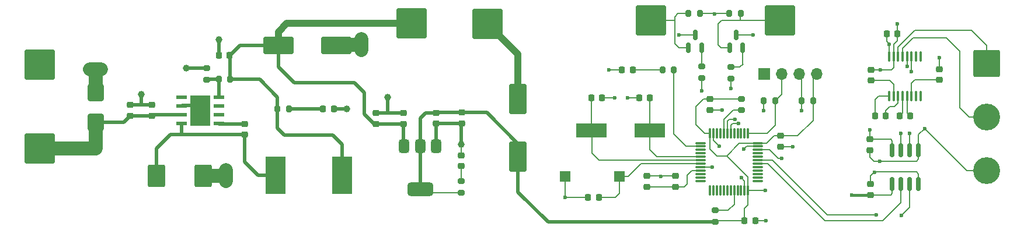
<source format=gbr>
%TF.GenerationSoftware,KiCad,Pcbnew,8.0.2*%
%TF.CreationDate,2024-08-08T08:25:17+03:00*%
%TF.ProjectId,______________ SMD,21323542-3e43-43a3-9037-3042353b4c20,rev?*%
%TF.SameCoordinates,Original*%
%TF.FileFunction,Copper,L1,Top*%
%TF.FilePolarity,Positive*%
%FSLAX45Y45*%
G04 Gerber Fmt 4.5, Leading zero omitted, Abs format (unit mm)*
G04 Created by KiCad (PCBNEW 8.0.2) date 2024-08-08 08:25:17*
%MOMM*%
%LPD*%
G01*
G04 APERTURE LIST*
G04 Aperture macros list*
%AMRoundRect*
0 Rectangle with rounded corners*
0 $1 Rounding radius*
0 $2 $3 $4 $5 $6 $7 $8 $9 X,Y pos of 4 corners*
0 Add a 4 corners polygon primitive as box body*
4,1,4,$2,$3,$4,$5,$6,$7,$8,$9,$2,$3,0*
0 Add four circle primitives for the rounded corners*
1,1,$1+$1,$2,$3*
1,1,$1+$1,$4,$5*
1,1,$1+$1,$6,$7*
1,1,$1+$1,$8,$9*
0 Add four rect primitives between the rounded corners*
20,1,$1+$1,$2,$3,$4,$5,0*
20,1,$1+$1,$4,$5,$6,$7,0*
20,1,$1+$1,$6,$7,$8,$9,0*
20,1,$1+$1,$8,$9,$2,$3,0*%
G04 Aperture macros list end*
%TA.AperFunction,SMDPad,CuDef*%
%ADD10RoundRect,0.075000X-0.662500X-0.075000X0.662500X-0.075000X0.662500X0.075000X-0.662500X0.075000X0*%
%TD*%
%TA.AperFunction,SMDPad,CuDef*%
%ADD11RoundRect,0.075000X-0.075000X-0.662500X0.075000X-0.662500X0.075000X0.662500X-0.075000X0.662500X0*%
%TD*%
%TA.AperFunction,SMDPad,CuDef*%
%ADD12RoundRect,0.200000X0.275000X-0.200000X0.275000X0.200000X-0.275000X0.200000X-0.275000X-0.200000X0*%
%TD*%
%TA.AperFunction,SMDPad,CuDef*%
%ADD13RoundRect,0.218750X-0.256250X0.218750X-0.256250X-0.218750X0.256250X-0.218750X0.256250X0.218750X0*%
%TD*%
%TA.AperFunction,SMDPad,CuDef*%
%ADD14RoundRect,0.200000X0.200000X0.275000X-0.200000X0.275000X-0.200000X-0.275000X0.200000X-0.275000X0*%
%TD*%
%TA.AperFunction,SMDPad,CuDef*%
%ADD15RoundRect,0.225000X0.250000X-0.225000X0.250000X0.225000X-0.250000X0.225000X-0.250000X-0.225000X0*%
%TD*%
%TA.AperFunction,SMDPad,CuDef*%
%ADD16RoundRect,0.218750X0.218750X0.256250X-0.218750X0.256250X-0.218750X-0.256250X0.218750X-0.256250X0*%
%TD*%
%TA.AperFunction,SMDPad,CuDef*%
%ADD17RoundRect,0.150000X0.150000X-0.587500X0.150000X0.587500X-0.150000X0.587500X-0.150000X-0.587500X0*%
%TD*%
%TA.AperFunction,SMDPad,CuDef*%
%ADD18RoundRect,0.200000X-0.200000X-0.275000X0.200000X-0.275000X0.200000X0.275000X-0.200000X0.275000X0*%
%TD*%
%TA.AperFunction,SMDPad,CuDef*%
%ADD19RoundRect,0.200000X-0.275000X0.200000X-0.275000X-0.200000X0.275000X-0.200000X0.275000X0.200000X0*%
%TD*%
%TA.AperFunction,SMDPad,CuDef*%
%ADD20RoundRect,0.225000X-0.250000X0.225000X-0.250000X-0.225000X0.250000X-0.225000X0.250000X0.225000X0*%
%TD*%
%TA.AperFunction,SMDPad,CuDef*%
%ADD21RoundRect,0.100000X0.100000X-0.637500X0.100000X0.637500X-0.100000X0.637500X-0.100000X-0.637500X0*%
%TD*%
%TA.AperFunction,SMDPad,CuDef*%
%ADD22RoundRect,0.225000X-0.225000X-0.250000X0.225000X-0.250000X0.225000X0.250000X-0.225000X0.250000X0*%
%TD*%
%TA.AperFunction,SMDPad,CuDef*%
%ADD23R,1.550000X0.600000*%
%TD*%
%TA.AperFunction,ComponentPad*%
%ADD24C,0.600000*%
%TD*%
%TA.AperFunction,SMDPad,CuDef*%
%ADD25R,2.600000X3.100000*%
%TD*%
%TA.AperFunction,SMDPad,CuDef*%
%ADD26R,2.950000X4.500000*%
%TD*%
%TA.AperFunction,SMDPad,CuDef*%
%ADD27RoundRect,0.250000X-1.950000X-1.000000X1.950000X-1.000000X1.950000X1.000000X-1.950000X1.000000X0*%
%TD*%
%TA.AperFunction,SMDPad,CuDef*%
%ADD28RoundRect,0.250000X-0.900000X1.000000X-0.900000X-1.000000X0.900000X-1.000000X0.900000X1.000000X0*%
%TD*%
%TA.AperFunction,SMDPad,CuDef*%
%ADD29RoundRect,0.375000X-0.375000X0.625000X-0.375000X-0.625000X0.375000X-0.625000X0.375000X0.625000X0*%
%TD*%
%TA.AperFunction,SMDPad,CuDef*%
%ADD30RoundRect,0.500000X-1.400000X0.500000X-1.400000X-0.500000X1.400000X-0.500000X1.400000X0.500000X0*%
%TD*%
%TA.AperFunction,ComponentPad*%
%ADD31R,1.700000X1.700000*%
%TD*%
%TA.AperFunction,ComponentPad*%
%ADD32O,1.700000X1.700000*%
%TD*%
%TA.AperFunction,SMDPad,CuDef*%
%ADD33R,1.500000X1.500000*%
%TD*%
%TA.AperFunction,ComponentPad*%
%ADD34RoundRect,0.249999X-1.950001X-1.950001X1.950001X-1.950001X1.950001X1.950001X-1.950001X1.950001X0*%
%TD*%
%TA.AperFunction,SMDPad,CuDef*%
%ADD35RoundRect,0.225000X0.225000X0.250000X-0.225000X0.250000X-0.225000X-0.250000X0.225000X-0.250000X0*%
%TD*%
%TA.AperFunction,SMDPad,CuDef*%
%ADD36RoundRect,0.250000X1.000000X-1.400000X1.000000X1.400000X-1.000000X1.400000X-1.000000X-1.400000X0*%
%TD*%
%TA.AperFunction,ComponentPad*%
%ADD37RoundRect,0.250002X-1.699998X1.699998X-1.699998X-1.699998X1.699998X-1.699998X1.699998X1.699998X0*%
%TD*%
%TA.AperFunction,ComponentPad*%
%ADD38C,3.900000*%
%TD*%
%TA.AperFunction,SMDPad,CuDef*%
%ADD39RoundRect,0.250000X1.000000X-1.950000X1.000000X1.950000X-1.000000X1.950000X-1.000000X-1.950000X0*%
%TD*%
%TA.AperFunction,SMDPad,CuDef*%
%ADD40RoundRect,0.218750X-0.218750X-0.256250X0.218750X-0.256250X0.218750X0.256250X-0.218750X0.256250X0*%
%TD*%
%TA.AperFunction,ComponentPad*%
%ADD41RoundRect,0.249999X1.950001X1.950001X-1.950001X1.950001X-1.950001X-1.950001X1.950001X-1.950001X0*%
%TD*%
%TA.AperFunction,SMDPad,CuDef*%
%ADD42R,2.900000X5.400000*%
%TD*%
%TA.AperFunction,SMDPad,CuDef*%
%ADD43RoundRect,0.150000X0.150000X-0.825000X0.150000X0.825000X-0.150000X0.825000X-0.150000X-0.825000X0*%
%TD*%
%TA.AperFunction,SMDPad,CuDef*%
%ADD44R,4.500000X2.000000*%
%TD*%
%TA.AperFunction,ViaPad*%
%ADD45C,0.600000*%
%TD*%
%TA.AperFunction,ViaPad*%
%ADD46C,1.000000*%
%TD*%
%TA.AperFunction,Conductor*%
%ADD47C,0.200000*%
%TD*%
%TA.AperFunction,Conductor*%
%ADD48C,0.500000*%
%TD*%
%TA.AperFunction,Conductor*%
%ADD49C,0.400000*%
%TD*%
%TA.AperFunction,Conductor*%
%ADD50C,2.000000*%
%TD*%
%TA.AperFunction,Conductor*%
%ADD51C,1.000000*%
%TD*%
G04 APERTURE END LIST*
D10*
%TO.P,U3,1,VBAT*%
%TO.N,unconnected-(U3-VBAT-Pad1)*%
X14368750Y-9582400D03*
%TO.P,U3,2,PC13*%
%TO.N,Net-(U3-PC13)*%
X14368750Y-9632400D03*
%TO.P,U3,3,PC14*%
%TO.N,unconnected-(U3-PC14-Pad3)*%
X14368750Y-9682400D03*
%TO.P,U3,4,PC15*%
%TO.N,unconnected-(U3-PC15-Pad4)*%
X14368750Y-9732400D03*
%TO.P,U3,5,PD0*%
%TO.N,Net-(U3-PD0)*%
X14368750Y-9782400D03*
%TO.P,U3,6,PD1*%
%TO.N,Net-(U3-PD1)*%
X14368750Y-9832400D03*
%TO.P,U3,7,NRST*%
%TO.N,NRST*%
X14368750Y-9882400D03*
%TO.P,U3,8,VSSA*%
%TO.N,GND*%
X14368750Y-9932400D03*
%TO.P,U3,9,VDDA*%
%TO.N,Net-(U3-VDDA)*%
X14368750Y-9982400D03*
%TO.P,U3,10,PA0*%
%TO.N,unconnected-(U3-PA0-Pad10)*%
X14368750Y-10032400D03*
%TO.P,U3,11,PA1*%
%TO.N,unconnected-(U3-PA1-Pad11)*%
X14368750Y-10082400D03*
%TO.P,U3,12,PA2*%
%TO.N,unconnected-(U3-PA2-Pad12)*%
X14368750Y-10132400D03*
D11*
%TO.P,U3,13,PA3*%
%TO.N,unconnected-(U3-PA3-Pad13)*%
X14510000Y-10273650D03*
%TO.P,U3,14,PA4*%
%TO.N,unconnected-(U3-PA4-Pad14)*%
X14560000Y-10273650D03*
%TO.P,U3,15,PA5*%
%TO.N,unconnected-(U3-PA5-Pad15)*%
X14610000Y-10273650D03*
%TO.P,U3,16,PA6*%
%TO.N,unconnected-(U3-PA6-Pad16)*%
X14660000Y-10273650D03*
%TO.P,U3,17,PA7*%
%TO.N,unconnected-(U3-PA7-Pad17)*%
X14710000Y-10273650D03*
%TO.P,U3,18,PB0*%
%TO.N,unconnected-(U3-PB0-Pad18)*%
X14760000Y-10273650D03*
%TO.P,U3,19,PB1*%
%TO.N,unconnected-(U3-PB1-Pad19)*%
X14810000Y-10273650D03*
%TO.P,U3,20,PB2*%
%TO.N,Net-(U3-PB2)*%
X14860000Y-10273650D03*
%TO.P,U3,21,PB10*%
%TO.N,unconnected-(U3-PB10-Pad21)*%
X14910000Y-10273650D03*
%TO.P,U3,22,PB11*%
%TO.N,unconnected-(U3-PB11-Pad22)*%
X14960000Y-10273650D03*
%TO.P,U3,23,VSS*%
%TO.N,GND*%
X15010000Y-10273650D03*
%TO.P,U3,24,VDD*%
%TO.N,+3.3\u0412*%
X15060000Y-10273650D03*
D10*
%TO.P,U3,25,PB12*%
%TO.N,unconnected-(U3-PB12-Pad25)*%
X15201250Y-10132400D03*
%TO.P,U3,26,PB13*%
%TO.N,unconnected-(U3-PB13-Pad26)*%
X15201250Y-10082400D03*
%TO.P,U3,27,PB14*%
%TO.N,unconnected-(U3-PB14-Pad27)*%
X15201250Y-10032400D03*
%TO.P,U3,28,PB15*%
%TO.N,unconnected-(U3-PB15-Pad28)*%
X15201250Y-9982400D03*
%TO.P,U3,29,PA8*%
%TO.N,unconnected-(U3-PA8-Pad29)*%
X15201250Y-9932400D03*
%TO.P,U3,30,PA9*%
%TO.N,RX232_RxD*%
X15201250Y-9882400D03*
%TO.P,U3,31,PA10*%
%TO.N,RX232_TxD*%
X15201250Y-9832400D03*
%TO.P,U3,32,PA11*%
%TO.N,unconnected-(U3-PA11-Pad32)*%
X15201250Y-9782400D03*
%TO.P,U3,33,PA12*%
%TO.N,unconnected-(U3-PA12-Pad33)*%
X15201250Y-9732400D03*
%TO.P,U3,34,PA13*%
%TO.N,/SWDIO*%
X15201250Y-9682400D03*
%TO.P,U3,35,VSS*%
%TO.N,GND*%
X15201250Y-9632400D03*
%TO.P,U3,36,VDD*%
%TO.N,+3.3\u0412*%
X15201250Y-9582400D03*
D11*
%TO.P,U3,37,PA14*%
%TO.N,/SWCLK*%
X15060000Y-9441150D03*
%TO.P,U3,38,PA15*%
%TO.N,unconnected-(U3-PA15-Pad38)*%
X15010000Y-9441150D03*
%TO.P,U3,39,PB3*%
%TO.N,unconnected-(U3-PB3-Pad39)*%
X14960000Y-9441150D03*
%TO.P,U3,40,PB4*%
%TO.N,unconnected-(U3-PB4-Pad40)*%
X14910000Y-9441150D03*
%TO.P,U3,41,PB5*%
%TO.N,unconnected-(U3-PB5-Pad41)*%
X14860000Y-9441150D03*
%TO.P,U3,42,PB6*%
%TO.N,LED_LINE1*%
X14810000Y-9441150D03*
%TO.P,U3,43,PB7*%
%TO.N,LED_LINE2*%
X14760000Y-9441150D03*
%TO.P,U3,44,BOOT0*%
%TO.N,Net-(U3-BOOT0)*%
X14710000Y-9441150D03*
%TO.P,U3,45,PB8*%
%TO.N,unconnected-(U3-PB8-Pad45)*%
X14660000Y-9441150D03*
%TO.P,U3,46,PB9*%
%TO.N,unconnected-(U3-PB9-Pad46)*%
X14610000Y-9441150D03*
%TO.P,U3,47,VSS*%
%TO.N,GND*%
X14560000Y-9441150D03*
%TO.P,U3,48,VDD*%
%TO.N,+3.3\u0412*%
X14510000Y-9441150D03*
%TD*%
D12*
%TO.P,R1,1*%
%TO.N,Net-(U1-VSENSE)*%
X7205980Y-8660080D03*
%TO.P,R1,2*%
%TO.N,GND*%
X7205980Y-8495080D03*
%TD*%
D13*
%TO.P,D4,1,K*%
%TO.N,GND*%
X10901680Y-9761220D03*
%TO.P,D4,2,A*%
%TO.N,Net-(D4-A)*%
X10901680Y-9918720D03*
%TD*%
D14*
%TO.P,R9,1*%
%TO.N,Net-(J8-Pin_1)*%
X14953860Y-7695860D03*
%TO.P,R9,2*%
%TO.N,+5\u0412*%
X14788860Y-7695860D03*
%TD*%
D15*
%TO.P,C13,1*%
%TO.N,Net-(U3-VDDA)*%
X13591200Y-10218080D03*
%TO.P,C13,2*%
%TO.N,GND*%
X13591200Y-10063080D03*
%TD*%
D14*
%TO.P,R2,1*%
%TO.N,+5\u0412*%
X7548780Y-8656320D03*
%TO.P,R2,2*%
%TO.N,Net-(U1-VSENSE)*%
X7383780Y-8656320D03*
%TD*%
D16*
%TO.P,D3,1,K*%
%TO.N,GND*%
X9052570Y-9085580D03*
%TO.P,D3,2,A*%
%TO.N,Net-(D3-A)*%
X8895070Y-9085580D03*
%TD*%
D17*
%TO.P,Q2,1,E*%
%TO.N,Net-(J7-Pin_1)*%
X14196220Y-8198780D03*
%TO.P,Q2,2,B*%
%TO.N,Net-(Q2-B)*%
X14386220Y-8198780D03*
%TO.P,Q2,3,C*%
%TO.N,GND*%
X14291220Y-8011280D03*
%TD*%
D18*
%TO.P,R13,1*%
%TO.N,Net-(D5-A)*%
X13818580Y-8518820D03*
%TO.P,R13,2*%
%TO.N,Net-(U3-PC13)*%
X13983580Y-8518820D03*
%TD*%
D19*
%TO.P,R12,1*%
%TO.N,+3.3\u0412*%
X14962800Y-8941780D03*
%TO.P,R12,2*%
%TO.N,Net-(U3-BOOT0)*%
X14962800Y-9106780D03*
%TD*%
D15*
%TO.P,C19,1*%
%TO.N,Net-(U4-VS+)*%
X16841010Y-8671780D03*
%TO.P,C19,2*%
%TO.N,GND*%
X16841010Y-8516780D03*
%TD*%
D20*
%TO.P,C8,1*%
%TO.N,+3.3\u0412*%
X10905430Y-9140160D03*
%TO.P,C8,2*%
%TO.N,GND*%
X10905430Y-9295160D03*
%TD*%
D21*
%TO.P,U4,1,C1+*%
%TO.N,Net-(U4-C1+)*%
X17104970Y-8897610D03*
%TO.P,U4,2,VS+*%
%TO.N,Net-(U4-VS+)*%
X17169970Y-8897610D03*
%TO.P,U4,3,C1-*%
%TO.N,Net-(U4-C1-)*%
X17234970Y-8897610D03*
%TO.P,U4,4,C2+*%
%TO.N,Net-(U4-C2+)*%
X17299970Y-8897610D03*
%TO.P,U4,5,C2-*%
%TO.N,Net-(U4-C2-)*%
X17364970Y-8897610D03*
%TO.P,U4,6,VS-*%
%TO.N,Net-(U4-VS-)*%
X17429970Y-8897610D03*
%TO.P,U4,7,T2OUT*%
%TO.N,unconnected-(U4-T2OUT-Pad7)*%
X17494970Y-8897610D03*
%TO.P,U4,8,R2IN*%
%TO.N,unconnected-(U4-R2IN-Pad8)*%
X17559970Y-8897610D03*
%TO.P,U4,9,R2OUT*%
%TO.N,unconnected-(U4-R2OUT-Pad9)*%
X17559970Y-8325110D03*
%TO.P,U4,10,T2IN*%
%TO.N,unconnected-(U4-T2IN-Pad10)*%
X17494970Y-8325110D03*
%TO.P,U4,11,T1IN*%
%TO.N,Net-(U4-T1IN)*%
X17429970Y-8325110D03*
%TO.P,U4,12,R1OUT*%
%TO.N,Net-(U4-R1OUT)*%
X17364970Y-8325110D03*
%TO.P,U4,13,R1IN*%
%TO.N,/RxD*%
X17299970Y-8325110D03*
%TO.P,U4,14,T1OUT*%
%TO.N,/TxD*%
X17234970Y-8325110D03*
%TO.P,U4,15,GND*%
%TO.N,GND*%
X17169970Y-8325110D03*
%TO.P,U4,16,VCC*%
%TO.N,+5\u0412*%
X17104970Y-8325110D03*
%TD*%
D15*
%TO.P,C14,1*%
%TO.N,GND*%
X14510680Y-9099240D03*
%TO.P,C14,2*%
%TO.N,+3.3\u0412*%
X14510680Y-8944240D03*
%TD*%
%TO.P,C6,1*%
%TO.N,VIN*%
X6410960Y-9185940D03*
%TO.P,C6,2*%
%TO.N,GND*%
X6410960Y-9030940D03*
%TD*%
D22*
%TO.P,C24,1*%
%TO.N,Net-(U4-C2+)*%
X17256270Y-9191450D03*
%TO.P,C24,2*%
%TO.N,Net-(U4-C2-)*%
X17411270Y-9191450D03*
%TD*%
D12*
%TO.P,R7,1*%
%TO.N,+3.3\u0412*%
X14584680Y-10727640D03*
%TO.P,R7,2*%
%TO.N,Net-(U3-PB2)*%
X14584680Y-10562640D03*
%TD*%
D23*
%TO.P,U1,1,BOOT*%
%TO.N,Net-(U1-BOOT)*%
X7383580Y-9298600D03*
%TO.P,U1,2,NC*%
%TO.N,unconnected-(U1-NC-Pad2)*%
X7383580Y-9171600D03*
%TO.P,U1,3,NC*%
%TO.N,unconnected-(U1-NC-Pad3)*%
X7383580Y-9044600D03*
%TO.P,U1,4,VSENSE*%
%TO.N,Net-(U1-VSENSE)*%
X7383580Y-8917600D03*
%TO.P,U1,5,EN*%
%TO.N,ENA*%
X6843580Y-8917600D03*
%TO.P,U1,6,GND*%
%TO.N,GND*%
X6843580Y-9044600D03*
%TO.P,U1,7,VIN*%
%TO.N,VIN*%
X6843580Y-9171600D03*
%TO.P,U1,8,PH*%
%TO.N,Net-(D2-K)*%
X6843580Y-9298600D03*
D24*
%TO.P,U1,9,GNDPAD*%
%TO.N,GND*%
X7173580Y-9288100D03*
X7173580Y-9168100D03*
X7173580Y-9038100D03*
X7173580Y-8928100D03*
D25*
X7113580Y-9108100D03*
D26*
X7113580Y-9108100D03*
D24*
X7053580Y-9288100D03*
X7053580Y-9168100D03*
X7053580Y-9038100D03*
X7053580Y-8928100D03*
%TD*%
D15*
%TO.P,C11,1*%
%TO.N,+5\u0412*%
X10064690Y-9302780D03*
%TO.P,C11,2*%
%TO.N,GND*%
X10064690Y-9147780D03*
%TD*%
D20*
%TO.P,C17,1*%
%TO.N,+5\u0412*%
X16829570Y-9530510D03*
%TO.P,C17,2*%
%TO.N,GND*%
X16829570Y-9685510D03*
%TD*%
%TO.P,C22,1*%
%TO.N,GND*%
X16837190Y-10180750D03*
%TO.P,C22,2*%
%TO.N,+3.3\u0412*%
X16837190Y-10335750D03*
%TD*%
D27*
%TO.P,C2,1*%
%TO.N,+5\u0412*%
X8246480Y-8161020D03*
%TO.P,C2,2*%
%TO.N,GND*%
X9086480Y-8161020D03*
%TD*%
D28*
%TO.P,D1,1,A1*%
%TO.N,GND*%
X5600700Y-8847720D03*
%TO.P,D1,2,A2*%
%TO.N,VIN*%
X5600700Y-9277720D03*
%TD*%
D12*
%TO.P,R10,1*%
%TO.N,LED_LINE1*%
X14812940Y-8644500D03*
%TO.P,R10,2*%
%TO.N,Net-(Q1-B)*%
X14812940Y-8479500D03*
%TD*%
D20*
%TO.P,C16,1*%
%TO.N,+3.3\u0412*%
X15534300Y-9477640D03*
%TO.P,C16,2*%
%TO.N,GND*%
X15534300Y-9632640D03*
%TD*%
D29*
%TO.P,U2,1,GND*%
%TO.N,GND*%
X10534780Y-9624020D03*
%TO.P,U2,2,VO*%
%TO.N,+3.3\u0412*%
X10304780Y-9624020D03*
D30*
X10304780Y-10254020D03*
D29*
%TO.P,U2,3,VI*%
%TO.N,+5\u0412*%
X10074780Y-9624020D03*
%TD*%
D31*
%TO.P,J6,1,Pin_1*%
%TO.N,GND*%
X15291460Y-8574700D03*
D32*
%TO.P,J6,2,Pin_2*%
%TO.N,/SWCLK*%
X15545460Y-8574700D03*
%TO.P,J6,3,Pin_3*%
%TO.N,/SWDIO*%
X15799460Y-8574700D03*
%TO.P,J6,4,Pin_4*%
%TO.N,+3.3\u0412*%
X16053460Y-8574700D03*
%TD*%
D33*
%TO.P,SW1,1,1*%
%TO.N,GND*%
X12411260Y-10065680D03*
%TO.P,SW1,2,2*%
%TO.N,NRST*%
X13191260Y-10065680D03*
%TD*%
D34*
%TO.P,J2,1,Pin_1*%
%TO.N,GND*%
X11282680Y-7846060D03*
%TD*%
D35*
%TO.P,C15,1*%
%TO.N,GND*%
X15164760Y-10708300D03*
%TO.P,C15,2*%
%TO.N,+3.3\u0412*%
X15009760Y-10708300D03*
%TD*%
D20*
%TO.P,C9,1*%
%TO.N,+3.3\u0412*%
X10537130Y-9145240D03*
%TO.P,C9,2*%
%TO.N,GND*%
X10537130Y-9300240D03*
%TD*%
D14*
%TO.P,R3,1*%
%TO.N,Net-(D3-A)*%
X8401000Y-9085580D03*
%TO.P,R3,2*%
%TO.N,+5\u0412*%
X8236000Y-9085580D03*
%TD*%
D22*
%TO.P,C23,1*%
%TO.N,+5\u0412*%
X17069610Y-7991000D03*
%TO.P,C23,2*%
%TO.N,GND*%
X17224610Y-7991000D03*
%TD*%
D15*
%TO.P,C18,1*%
%TO.N,Net-(U4-VS-)*%
X17836690Y-8661890D03*
%TO.P,C18,2*%
%TO.N,GND*%
X17836690Y-8506890D03*
%TD*%
D35*
%TO.P,C20,1*%
%TO.N,GND*%
X12944800Y-8925220D03*
%TO.P,C20,2*%
%TO.N,Net-(U3-PD1)*%
X12789800Y-8925220D03*
%TD*%
D34*
%TO.P,J3,1,Pin_1*%
%TO.N,+5\u0412*%
X10180320Y-7843520D03*
%TD*%
D15*
%TO.P,C5,1*%
%TO.N,VIN*%
X6103620Y-9185940D03*
%TO.P,C5,2*%
%TO.N,GND*%
X6103620Y-9030940D03*
%TD*%
D36*
%TO.P,D2,1,K*%
%TO.N,Net-(D2-K)*%
X6479900Y-10058400D03*
%TO.P,D2,2,A*%
%TO.N,GND*%
X7159900Y-10058400D03*
%TD*%
D12*
%TO.P,R6,1*%
%TO.N,LED_LINE2*%
X14388760Y-8635660D03*
%TO.P,R6,2*%
%TO.N,Net-(Q2-B)*%
X14388760Y-8470660D03*
%TD*%
D19*
%TO.P,R11,1*%
%TO.N,Net-(D4-A)*%
X10904220Y-10138460D03*
%TO.P,R11,2*%
%TO.N,+3.3\u0412*%
X10904220Y-10303460D03*
%TD*%
D20*
%TO.P,C7,1*%
%TO.N,Net-(U1-BOOT)*%
X7759700Y-9302720D03*
%TO.P,C7,2*%
%TO.N,Net-(D2-K)*%
X7759700Y-9457720D03*
%TD*%
D17*
%TO.P,Q1,1,E*%
%TO.N,Net-(J8-Pin_1)*%
X14795160Y-8200860D03*
%TO.P,Q1,2,B*%
%TO.N,Net-(Q1-B)*%
X14985160Y-8200860D03*
%TO.P,Q1,3,C*%
%TO.N,GND*%
X14890160Y-8013360D03*
%TD*%
D15*
%TO.P,C10,1*%
%TO.N,+5\u0412*%
X9660830Y-9302780D03*
%TO.P,C10,2*%
%TO.N,GND*%
X9660830Y-9147780D03*
%TD*%
D14*
%TO.P,R4,1*%
%TO.N,+3.3\u0412*%
X16002880Y-8965860D03*
%TO.P,R4,2*%
%TO.N,/SWDIO*%
X15837880Y-8965860D03*
%TD*%
D37*
%TO.P,J4,1,Pin_1*%
%TO.N,/TxD*%
X18516600Y-8422420D03*
D38*
%TO.P,J4,2,Pin_2*%
%TO.N,/RxD*%
X18516600Y-9202420D03*
%TO.P,J4,3,Pin_3*%
%TO.N,GND*%
X18516600Y-9982420D03*
%TD*%
D39*
%TO.P,C4,1*%
%TO.N,+3.3\u0412*%
X11724640Y-9778310D03*
%TO.P,C4,2*%
%TO.N,GND*%
X11724640Y-8938310D03*
%TD*%
D40*
%TO.P,D5,1,K*%
%TO.N,GND*%
X13230500Y-8518820D03*
%TO.P,D5,2,A*%
%TO.N,Net-(D5-A)*%
X13388000Y-8518820D03*
%TD*%
D15*
%TO.P,C12,1*%
%TO.N,Net-(U3-VDDA)*%
X14007760Y-10218080D03*
%TO.P,C12,2*%
%TO.N,GND*%
X14007760Y-10063080D03*
%TD*%
D18*
%TO.P,R8,1*%
%TO.N,Net-(J7-Pin_1)*%
X14195820Y-7700940D03*
%TO.P,R8,2*%
%TO.N,+5\u0412*%
X14360820Y-7700940D03*
%TD*%
D41*
%TO.P,J1,1,Pin_1*%
%TO.N,GND*%
X4785360Y-8440420D03*
%TD*%
D22*
%TO.P,C3,1*%
%TO.N,GND*%
X12741540Y-10370480D03*
%TO.P,C3,2*%
%TO.N,NRST*%
X12896540Y-10370480D03*
%TD*%
%TO.P,C25,1*%
%TO.N,Net-(U4-C1+)*%
X16899370Y-9188910D03*
%TO.P,C25,2*%
%TO.N,Net-(U4-C1-)*%
X17054370Y-9188910D03*
%TD*%
D14*
%TO.P,R5,1*%
%TO.N,/SWCLK*%
X15454240Y-8965860D03*
%TO.P,R5,2*%
%TO.N,GND*%
X15289240Y-8965860D03*
%TD*%
D42*
%TO.P,L1,1,1*%
%TO.N,Net-(D2-K)*%
X8206880Y-10048240D03*
%TO.P,L1,2,2*%
%TO.N,+5\u0412*%
X9176880Y-10048240D03*
%TD*%
D41*
%TO.P,J5,1,Pin_1*%
%TO.N,VIN*%
X4785360Y-9659620D03*
%TD*%
D34*
%TO.P,J7,1,Pin_1*%
%TO.N,Net-(J7-Pin_1)*%
X13654700Y-7802540D03*
%TD*%
D35*
%TO.P,C1,1*%
%TO.N,+5\u0412*%
X7540020Y-8310880D03*
%TO.P,C1,2*%
%TO.N,GND*%
X7385020Y-8310880D03*
%TD*%
D34*
%TO.P,J8,1,Pin_1*%
%TO.N,Net-(J8-Pin_1)*%
X15521600Y-7800000D03*
%TD*%
D43*
%TO.P,U5,1,VDD1*%
%TO.N,+3.3\u0412*%
X17151030Y-10180630D03*
%TO.P,U5,2,VOA*%
%TO.N,RX232_RxD*%
X17278030Y-10180630D03*
%TO.P,U5,3,VIB*%
%TO.N,RX232_TxD*%
X17405030Y-10180630D03*
%TO.P,U5,4,GND1*%
%TO.N,GND*%
X17532030Y-10180630D03*
%TO.P,U5,5,GND2*%
X17532030Y-9685630D03*
%TO.P,U5,6,VOB*%
%TO.N,Net-(U4-T1IN)*%
X17405030Y-9685630D03*
%TO.P,U5,7,VIA*%
%TO.N,Net-(U4-R1OUT)*%
X17278030Y-9685630D03*
%TO.P,U5,8,VDD2*%
%TO.N,+5\u0412*%
X17151030Y-9685630D03*
%TD*%
D22*
%TO.P,C21,1*%
%TO.N,GND*%
X13480680Y-8922680D03*
%TO.P,C21,2*%
%TO.N,Net-(U3-PD0)*%
X13635680Y-8922680D03*
%TD*%
D44*
%TO.P,Y1,1,1*%
%TO.N,Net-(U3-PD0)*%
X13637740Y-9397660D03*
%TO.P,Y1,2,2*%
%TO.N,Net-(U3-PD1)*%
X12787740Y-9397660D03*
%TD*%
D45*
%TO.N,+3.3\u0412*%
X15313660Y-10274300D03*
X16565880Y-10335260D03*
%TO.N,GND*%
X13796940Y-10065680D03*
D46*
X11722100Y-8288020D03*
D45*
X14960260Y-10086000D03*
X15707020Y-9633880D03*
X17619980Y-9370060D03*
X16975630Y-8515810D03*
X14645300Y-9628800D03*
D46*
X5676900Y-8509000D03*
X9458960Y-8237220D03*
X6263640Y-8877300D03*
D45*
X14541160Y-9933600D03*
X15000900Y-9671980D03*
X13316880Y-8922680D03*
D46*
X7490460Y-9974580D03*
D45*
X15323480Y-10710840D03*
X14685940Y-9100480D03*
X16893540Y-10005060D03*
D46*
X7386320Y-8074660D03*
X5514340Y-8509000D03*
X9237980Y-9085580D03*
D45*
X13045100Y-8518820D03*
D46*
X7490460Y-10137140D03*
D45*
X15135520Y-8013360D03*
X12410100Y-10370480D03*
X15289240Y-9111960D03*
X14056020Y-8010820D03*
D46*
X10902890Y-9601200D03*
D45*
X16969270Y-9846770D03*
X17227090Y-7852870D03*
D46*
X6911340Y-8493760D03*
D45*
X13123840Y-8925220D03*
D46*
X9458960Y-8074660D03*
D45*
X17835880Y-8338820D03*
D46*
X9836090Y-8920480D03*
D45*
%TO.N,+5\u0412*%
X14574180Y-7703480D03*
X16828310Y-9392110D03*
X17105170Y-8150050D03*
%TO.N,/SWDIO*%
X15547000Y-9809140D03*
X15837880Y-9114400D03*
%TO.N,LED_LINE1*%
X14812940Y-8788060D03*
X14922160Y-9301140D03*
%TO.N,LED_LINE2*%
X14388760Y-8823960D03*
X14873900Y-9235100D03*
%TO.N,RX232_TxD*%
X17284700Y-10634980D03*
X16918940Y-10629900D03*
%TO.N,Net-(U4-T1IN)*%
X17429970Y-8546290D03*
X17406150Y-9442910D03*
%TO.N,Net-(U4-R1OUT)*%
X17276610Y-9442910D03*
X17364970Y-8465010D03*
%TD*%
D47*
%TO.N,LED_LINE2*%
X14388760Y-8823960D02*
X14388760Y-8788060D01*
X14388760Y-8635660D02*
X14388760Y-8823960D01*
%TO.N,/RxD*%
X17940020Y-8056880D02*
X17449800Y-8056880D01*
%TO.N,GND*%
X15040480Y-9632400D02*
X15000900Y-9671980D01*
X15201250Y-9632400D02*
X15040480Y-9632400D01*
D48*
%TO.N,+3.3\u0412*%
X10380950Y-9145240D02*
X10537130Y-9145240D01*
X10304780Y-9221410D02*
X10380950Y-9145240D01*
X10304780Y-9221410D02*
X10304780Y-9624020D01*
D47*
X16004200Y-8623960D02*
X16004200Y-8964540D01*
X14412840Y-8941780D02*
X14962800Y-8941780D01*
X14304940Y-9049680D02*
X14412840Y-8941780D01*
X15776900Y-9477640D02*
X16002880Y-9251660D01*
X14510000Y-9578353D02*
X14510680Y-9579033D01*
X15060000Y-10273650D02*
X15060000Y-10486640D01*
X15201250Y-9582400D02*
X15331780Y-9582400D01*
D48*
X10304780Y-9624020D02*
X10304780Y-10254020D01*
X11724640Y-9778310D02*
X11724640Y-10294620D01*
D47*
X16053460Y-8574700D02*
X16004200Y-8623960D01*
X15313010Y-10273650D02*
X15313660Y-10274300D01*
X14434790Y-9441150D02*
X14304940Y-9311300D01*
X16565880Y-10335260D02*
X16565880Y-10330180D01*
X15060000Y-10079060D02*
X14749440Y-9768500D01*
D48*
X11724640Y-10294620D02*
X12157660Y-10727640D01*
D47*
X16571450Y-10335750D02*
X16570960Y-10335260D01*
D48*
X12157660Y-10727640D02*
X14584680Y-10727640D01*
D47*
X16004200Y-8964540D02*
X16002880Y-8965860D01*
X16002880Y-8965860D02*
X16002880Y-9251660D01*
X16837190Y-10335750D02*
X17129270Y-10335750D01*
X14510680Y-9674520D02*
X14604660Y-9768500D01*
X15009760Y-10708300D02*
X14604020Y-10708300D01*
D48*
X10905430Y-9140160D02*
X11268680Y-9140160D01*
D47*
X15060000Y-10486640D02*
X15009760Y-10536880D01*
X10354220Y-10303460D02*
X10304780Y-10254020D01*
X16570960Y-10335260D02*
X16565880Y-10335260D01*
D48*
X11268680Y-9140160D02*
X11724640Y-9596120D01*
D47*
X14931050Y-9586890D02*
X14749440Y-9768500D01*
X15534300Y-9477640D02*
X15776900Y-9477640D01*
X14510000Y-9441150D02*
X14434790Y-9441150D01*
D49*
X16837190Y-10335750D02*
X16571450Y-10335750D01*
D47*
X15201250Y-9582400D02*
X14935540Y-9582400D01*
X14510000Y-9441150D02*
X14510000Y-9578353D01*
X17129270Y-10335750D02*
X17151030Y-10313990D01*
X15060000Y-10273650D02*
X15060000Y-10079060D01*
D48*
X11724640Y-9596120D02*
X11724640Y-9778310D01*
D47*
X15436540Y-9477640D02*
X15534300Y-9477640D01*
X14510680Y-9579033D02*
X14510680Y-9674520D01*
X10904220Y-10303460D02*
X10354220Y-10303460D01*
X14604020Y-10708300D02*
X14584680Y-10727640D01*
X15009760Y-10536880D02*
X15009760Y-10708300D01*
X10542210Y-9140160D02*
X10537130Y-9145240D01*
X14304940Y-9311300D02*
X14304940Y-9049680D01*
X17151030Y-10313990D02*
X17151030Y-10180630D01*
X15331780Y-9582400D02*
X15436540Y-9477640D01*
X14935540Y-9582400D02*
X14931050Y-9586890D01*
X14604660Y-9768500D02*
X14749440Y-9768500D01*
D48*
X10905430Y-9140160D02*
X10542210Y-9140160D01*
D47*
X16565880Y-10330180D02*
X16570960Y-10335260D01*
%TO.N,GND*%
X14560000Y-9543500D02*
X14560000Y-9441150D01*
X17532030Y-9685630D02*
X17532030Y-9816150D01*
D48*
X7385020Y-8310880D02*
X7385020Y-8075960D01*
D47*
X17532030Y-9816150D02*
X17501410Y-9846770D01*
X10901680Y-9602410D02*
X10902890Y-9601200D01*
D48*
X6263640Y-9030940D02*
X6410960Y-9030940D01*
X9836090Y-8920480D02*
X9836090Y-9145240D01*
D47*
X15706960Y-9632640D02*
X15705720Y-9632640D01*
X16894350Y-10004250D02*
X16893540Y-10005060D01*
X10902890Y-9302780D02*
X10900350Y-9300240D01*
X6850080Y-9038100D02*
X6843580Y-9044600D01*
X17224610Y-7991000D02*
X17224610Y-7855350D01*
D50*
X5600700Y-8509000D02*
X5676900Y-8509000D01*
D47*
X14541160Y-9933600D02*
X14542360Y-9932400D01*
X13799540Y-10063080D02*
X14007760Y-10063080D01*
X16891810Y-10004250D02*
X16834650Y-10061410D01*
D48*
X7053580Y-9038100D02*
X6850080Y-9038100D01*
D47*
X17169970Y-8325110D02*
X17169970Y-8148750D01*
X15704480Y-9632640D02*
X15707020Y-9633880D01*
X16887990Y-9846770D02*
X16969270Y-9846770D01*
X16829570Y-9788350D02*
X16887990Y-9846770D01*
X14510680Y-9099240D02*
X14684700Y-9099240D01*
X15289240Y-9111960D02*
X15289240Y-8965860D01*
D48*
X7205980Y-8495080D02*
X6912660Y-8495080D01*
D47*
X16976600Y-8516780D02*
X17139820Y-8516780D01*
X13794340Y-10063080D02*
X13796940Y-10065680D01*
X15320940Y-10708300D02*
X15323480Y-10710840D01*
D48*
X10537130Y-9300240D02*
X10900350Y-9300240D01*
D47*
X6266180Y-8877300D02*
X6266180Y-8877300D01*
X10901680Y-9761220D02*
X10901680Y-9602410D01*
X15534300Y-9632640D02*
X15704480Y-9632640D01*
X17532030Y-10033950D02*
X17502330Y-10004250D01*
D50*
X5514340Y-8509000D02*
X5600700Y-8509000D01*
D47*
X7385020Y-8075960D02*
X7386320Y-8074660D01*
X16837190Y-10180750D02*
X16837190Y-10179510D01*
X17619980Y-9370060D02*
X17619980Y-9372600D01*
X16829570Y-9685510D02*
X16829570Y-9788350D01*
X14890160Y-8013360D02*
X15135520Y-8013360D01*
D50*
X5676900Y-8509000D02*
X5600700Y-8511540D01*
D47*
X9836090Y-9145240D02*
X9838630Y-9147780D01*
X17619980Y-9372600D02*
X18229800Y-9982420D01*
D50*
X9453880Y-8072120D02*
X9453880Y-8158480D01*
D47*
X16975630Y-8515810D02*
X16976600Y-8516780D01*
D48*
X9052570Y-9085580D02*
X9237980Y-9085580D01*
D47*
X15164760Y-10708300D02*
X15320940Y-10708300D01*
D48*
X9838630Y-9147780D02*
X10064690Y-9147780D01*
D47*
X17169970Y-8486630D02*
X17169970Y-8325110D01*
D50*
X7488370Y-10060940D02*
X7488370Y-10137140D01*
D47*
X17224610Y-7855350D02*
X17227090Y-7852870D01*
X16974660Y-8516780D02*
X16975630Y-8515810D01*
X17501410Y-9846770D02*
X16969270Y-9846770D01*
D50*
X9453880Y-8158480D02*
X9453880Y-8234680D01*
D47*
X6263640Y-8879840D02*
X6263640Y-8879840D01*
X14645300Y-9628800D02*
X14560000Y-9543500D01*
X6263640Y-8879840D02*
X6263640Y-8877300D01*
X13480680Y-8922680D02*
X13316880Y-8922680D01*
X14291220Y-8011280D02*
X14056480Y-8011280D01*
X13123840Y-8925220D02*
X13128920Y-8925220D01*
X18229800Y-9982420D02*
X18516600Y-9982420D01*
X15289240Y-9111960D02*
X15293000Y-9115720D01*
X15326020Y-10708300D02*
X15331100Y-10708300D01*
X17502330Y-10004250D02*
X16894350Y-10004250D01*
X15010000Y-10135740D02*
X14960260Y-10086000D01*
D48*
X10537130Y-9300240D02*
X10537130Y-9621670D01*
D47*
X12411260Y-10065680D02*
X12411260Y-10369320D01*
X14056480Y-8011280D02*
X14056020Y-8010820D01*
X15293000Y-9115720D02*
X15293000Y-9118260D01*
X13796940Y-10065680D02*
X13799540Y-10063080D01*
X17532030Y-10180630D02*
X17532030Y-10033950D01*
X17227090Y-7852870D02*
X17224610Y-7850390D01*
X16837190Y-10179510D02*
X16834650Y-10176970D01*
X14539960Y-9932400D02*
X14541160Y-9933600D01*
D49*
X17619980Y-9370060D02*
X17617440Y-9372600D01*
D47*
X6263640Y-8877300D02*
X6266180Y-8877300D01*
X17224610Y-8094110D02*
X17224610Y-7991000D01*
X16893540Y-10005060D02*
X16892730Y-10004250D01*
D48*
X17836690Y-8338010D02*
X17835880Y-8338820D01*
D47*
X17224610Y-7850390D02*
X17224610Y-7845310D01*
X17836690Y-8339630D02*
X17836690Y-8506890D01*
X15135520Y-8013360D02*
X15138060Y-8013360D01*
D48*
X6263640Y-9030940D02*
X6263640Y-8879840D01*
D50*
X5600700Y-8847720D02*
X5600700Y-8511540D01*
X7149650Y-10060940D02*
X7485830Y-10060940D01*
D47*
X14368750Y-9932400D02*
X14539960Y-9932400D01*
X16841010Y-8516780D02*
X16974660Y-8516780D01*
D48*
X9660830Y-9147780D02*
X9838630Y-9147780D01*
D47*
X13230500Y-8518820D02*
X13045100Y-8518820D01*
D48*
X10902890Y-9601200D02*
X10902890Y-9302780D01*
D47*
X17169970Y-8148750D02*
X17224610Y-8094110D01*
X16892730Y-10004250D02*
X16891810Y-10004250D01*
X15010000Y-10273650D02*
X15010000Y-10135740D01*
X12411260Y-10369320D02*
X12410100Y-10370480D01*
X6912660Y-8495080D02*
X6911340Y-8493760D01*
X13591200Y-10063080D02*
X13794340Y-10063080D01*
X15707020Y-9633880D02*
X15706960Y-9632640D01*
X16834650Y-10061410D02*
X16834650Y-10176970D01*
X13123840Y-8925220D02*
X12944800Y-8925220D01*
X17532030Y-9685630D02*
X17532030Y-9458010D01*
X14684700Y-9099240D02*
X14685940Y-9100480D01*
X12410100Y-10370480D02*
X12741540Y-10370480D01*
X10537130Y-9621670D02*
X10534780Y-9624020D01*
X17139820Y-8516780D02*
X17169970Y-8486630D01*
X14542360Y-9932400D02*
X14544900Y-9932400D01*
D50*
X7488370Y-9974580D02*
X7488370Y-10060940D01*
D47*
X17532030Y-9458010D02*
X17619980Y-9370060D01*
D50*
X9115160Y-8158480D02*
X9451340Y-8158480D01*
D48*
X6103620Y-9030940D02*
X6263640Y-9030940D01*
D47*
X15323480Y-10710840D02*
X15326020Y-10708300D01*
X14544900Y-9932400D02*
X14546240Y-9931060D01*
D48*
X17835880Y-8338820D02*
X17836690Y-8339630D01*
%TO.N,Net-(U1-BOOT)*%
X7759700Y-9302720D02*
X7387700Y-9302720D01*
%TO.N,Net-(D2-K)*%
X7758460Y-9458960D02*
X7759700Y-9457720D01*
X7759700Y-9855200D02*
X7759700Y-9457720D01*
X6845300Y-9458960D02*
X7758460Y-9458960D01*
X8206880Y-10048240D02*
X7952740Y-10048240D01*
X7952740Y-10048240D02*
X7759700Y-9855200D01*
X6680200Y-9458960D02*
X6845300Y-9458960D01*
X6843580Y-9298600D02*
X6844820Y-9299840D01*
X6479900Y-10058400D02*
X6479900Y-9659260D01*
X6843580Y-9457240D02*
X6845300Y-9458960D01*
X6479900Y-9659260D02*
X6680200Y-9458960D01*
X6843580Y-9298600D02*
X6843580Y-9457240D01*
%TO.N,VIN*%
X6103620Y-9185940D02*
X6102320Y-9185940D01*
X6410960Y-9185940D02*
X6103620Y-9185940D01*
X6843580Y-9171600D02*
X6425300Y-9171600D01*
D47*
X6425300Y-9171600D02*
X6410960Y-9185940D01*
D48*
X6010540Y-9277720D02*
X5600700Y-9277720D01*
D50*
X5600700Y-9659620D02*
X5600700Y-9277720D01*
D48*
X6102320Y-9185940D02*
X6010540Y-9277720D01*
D50*
X4785360Y-9659620D02*
X5600700Y-9659620D01*
D48*
%TO.N,+5\u0412*%
X8246480Y-8472540D02*
X8478520Y-8704580D01*
X9660830Y-9302780D02*
X10064690Y-9302780D01*
X7548780Y-8656320D02*
X7548780Y-8305900D01*
D47*
X14807860Y-7700940D02*
X14576720Y-7700940D01*
D48*
X9497060Y-9164320D02*
X9635520Y-9302780D01*
X8478520Y-8704580D02*
X9354820Y-8704580D01*
D47*
X14574180Y-7703480D02*
X14571640Y-7700940D01*
D48*
X9176880Y-10048240D02*
X9176880Y-9601060D01*
D51*
X8369300Y-7843520D02*
X10180320Y-7843520D01*
X8246480Y-7966340D02*
X8369300Y-7843520D01*
D47*
X17127650Y-9530510D02*
X17151030Y-9553890D01*
D48*
X9354820Y-8704580D02*
X9497060Y-8846820D01*
X8236000Y-8914180D02*
X8236000Y-9085580D01*
X7693660Y-8161020D02*
X8246480Y-8161020D01*
X8236000Y-9366300D02*
X8236000Y-9085580D01*
D47*
X17069610Y-7991000D02*
X17069610Y-8106870D01*
X14805320Y-7703480D02*
X14807860Y-7700940D01*
D48*
X10064690Y-9613930D02*
X10074780Y-9624020D01*
D51*
X8246480Y-8161020D02*
X8246480Y-7966340D01*
D47*
X17104970Y-8150250D02*
X17104970Y-8325110D01*
D48*
X7548780Y-8305900D02*
X7548880Y-8305800D01*
D47*
X14571640Y-7700940D02*
X14360820Y-7700940D01*
X17104970Y-8142230D02*
X17104970Y-8149850D01*
D48*
X10064690Y-9302780D02*
X10064690Y-9613930D01*
D47*
X16828310Y-9392110D02*
X16830850Y-9392110D01*
X16829570Y-9530510D02*
X17127650Y-9530510D01*
X16829570Y-9393390D02*
X16828310Y-9394650D01*
X16830850Y-9392110D02*
X16830850Y-9392110D01*
X17104970Y-8149850D02*
X17105170Y-8150050D01*
D48*
X9176880Y-9601060D02*
X9039860Y-9464040D01*
D47*
X17151030Y-9553890D02*
X17151030Y-9685630D01*
X16828310Y-9394650D02*
X16828310Y-9392110D01*
D48*
X7548780Y-8656320D02*
X7978140Y-8656320D01*
X8246480Y-8161020D02*
X8246480Y-8472540D01*
D47*
X17105170Y-8150050D02*
X17104970Y-8150250D01*
D48*
X7978140Y-8656320D02*
X8236000Y-8914180D01*
D47*
X14576720Y-7700940D02*
X14574180Y-7703480D01*
D48*
X8333740Y-9464040D02*
X8236000Y-9366300D01*
X7548880Y-8305800D02*
X7693660Y-8161020D01*
D47*
X17069610Y-8106870D02*
X17104970Y-8142230D01*
D48*
X9497060Y-8846820D02*
X9497060Y-9164320D01*
X9039860Y-9464040D02*
X8333740Y-9464040D01*
D47*
X16829570Y-9530510D02*
X16829570Y-9393390D01*
X14786320Y-7703480D02*
X14805320Y-7703480D01*
%TO.N,Net-(U3-VDDA)*%
X14134760Y-10218080D02*
X13591200Y-10218080D01*
X14177940Y-10047900D02*
X14177940Y-10174900D01*
X14177940Y-10174900D02*
X14134760Y-10218080D01*
X14243440Y-9982400D02*
X14177940Y-10047900D01*
X14368750Y-9982400D02*
X14243440Y-9982400D01*
%TO.N,Net-(U3-PD0)*%
X14368750Y-9782400D02*
X14368360Y-9782400D01*
X13637740Y-9680420D02*
X13637740Y-9397660D01*
X13637740Y-9397660D02*
X13637740Y-8924740D01*
X14363750Y-9777790D02*
X13735110Y-9777790D01*
X13735110Y-9777790D02*
X13637740Y-9680420D01*
X14368360Y-9782400D02*
X14363750Y-9777790D01*
X13637740Y-8924740D02*
X13635680Y-8922680D01*
%TO.N,Net-(U3-PD1)*%
X12796180Y-9727860D02*
X12900720Y-9832400D01*
X12787740Y-9397660D02*
X12787740Y-9399380D01*
X12787740Y-8927280D02*
X12789800Y-8925220D01*
X12900720Y-9832400D02*
X14368750Y-9832400D01*
X12796180Y-9407820D02*
X12796180Y-9727860D01*
X12787740Y-9399380D02*
X12796180Y-9407820D01*
X12787740Y-9397660D02*
X12787740Y-8927280D01*
%TO.N,Net-(U4-C1-)*%
X17054370Y-9115250D02*
X17054370Y-9188910D01*
X17234970Y-8897610D02*
X17234970Y-8998150D01*
X17234970Y-8998150D02*
X17178830Y-9054290D01*
X17178830Y-9054290D02*
X17115330Y-9054290D01*
X17115330Y-9054290D02*
X17054370Y-9115250D01*
%TO.N,Net-(U4-C1+)*%
X17104970Y-8897610D02*
X16954510Y-8897610D01*
X16899370Y-8952750D02*
X16899370Y-9188910D01*
X16954510Y-8897610D02*
X16899370Y-8952750D01*
%TO.N,Net-(U4-C2-)*%
X17364970Y-9145150D02*
X17411270Y-9191450D01*
X17364970Y-8897610D02*
X17364970Y-9145150D01*
%TO.N,Net-(U4-C2+)*%
X17299970Y-8897610D02*
X17299970Y-9147750D01*
X17299970Y-9147750D02*
X17256270Y-9191450D01*
%TO.N,Net-(U4-VS+)*%
X17169970Y-8730470D02*
X17111280Y-8671780D01*
X17111280Y-8671780D02*
X16841010Y-8671780D01*
X17169970Y-8897610D02*
X17169970Y-8730470D01*
%TO.N,Net-(U4-VS-)*%
X17479790Y-8661890D02*
X17836690Y-8661890D01*
X17429970Y-8897610D02*
X17429970Y-8711710D01*
X17429970Y-8711710D02*
X17479790Y-8661890D01*
%TO.N,NRST*%
X12896540Y-10370480D02*
X13131460Y-10370480D01*
X13324500Y-10065680D02*
X13191260Y-10065680D01*
X13507780Y-9882400D02*
X13324500Y-10065680D01*
X13131460Y-10370480D02*
X13191260Y-10310680D01*
X14368750Y-9882400D02*
X13507780Y-9882400D01*
X13191260Y-10310680D02*
X13191260Y-10065680D01*
D48*
%TO.N,Net-(D3-A)*%
X8895070Y-9085580D02*
X8401000Y-9085580D01*
D47*
%TO.N,Net-(D4-A)*%
X10901680Y-9918720D02*
X10901680Y-10135920D01*
X10901680Y-10135920D02*
X10904220Y-10138460D01*
%TO.N,Net-(D5-A)*%
X13388000Y-8518820D02*
X13818580Y-8518820D01*
%TO.N,/SWDIO*%
X15547000Y-9809140D02*
X15493660Y-9809140D01*
X15839100Y-8614340D02*
X15839100Y-8964640D01*
X15366920Y-9682400D02*
X15201250Y-9682400D01*
X15837880Y-8965860D02*
X15837880Y-9114400D01*
X15493660Y-9809140D02*
X15366920Y-9682400D01*
X15839100Y-8964640D02*
X15837880Y-8965860D01*
X15799460Y-8574700D02*
X15839100Y-8614340D01*
%TO.N,/SWCLK*%
X15545460Y-8874640D02*
X15454240Y-8965860D01*
X15060000Y-9441150D02*
X15338410Y-9441150D01*
X15545460Y-8574700D02*
X15545460Y-8874640D01*
X15454240Y-9325320D02*
X15454240Y-8965860D01*
X15338410Y-9441150D02*
X15454240Y-9325320D01*
%TO.N,Net-(Q1-B)*%
X14938620Y-8479500D02*
X14985660Y-8432460D01*
X14812940Y-8479500D02*
X14938620Y-8479500D01*
X14985660Y-8432460D02*
X14985160Y-8431960D01*
X14985160Y-8431960D02*
X14985160Y-8200860D01*
%TO.N,Net-(Q2-B)*%
X14386220Y-8468120D02*
X14388760Y-8470660D01*
X14386220Y-8198780D02*
X14386220Y-8468120D01*
D48*
%TO.N,Net-(U1-VSENSE)*%
X7383580Y-8917600D02*
X7383580Y-8656520D01*
D47*
X7209740Y-8656320D02*
X7205980Y-8660080D01*
X7382560Y-8657540D02*
X7383780Y-8656320D01*
D48*
X7383780Y-8656320D02*
X7209740Y-8656320D01*
D47*
X7383580Y-8656520D02*
X7383780Y-8656320D01*
%TO.N,Net-(U3-BOOT0)*%
X14844740Y-9106780D02*
X14710000Y-9241520D01*
X14710000Y-9241520D02*
X14710000Y-9441150D01*
X14962800Y-9106780D02*
X14844740Y-9106780D01*
%TO.N,Net-(U3-PC13)*%
X14163760Y-9632400D02*
X14368750Y-9632400D01*
X13983580Y-9452220D02*
X14163760Y-9632400D01*
X13983580Y-8518820D02*
X13983580Y-9452220D01*
%TO.N,Net-(U3-PB2)*%
X14860000Y-10273650D02*
X14860000Y-10473960D01*
X14584680Y-10562640D02*
X14586340Y-10560980D01*
X14860000Y-10473960D02*
X14771320Y-10562640D01*
X14771320Y-10562640D02*
X14584680Y-10562640D01*
%TO.N,LED_LINE1*%
X14810000Y-9321860D02*
X14833260Y-9298600D01*
X14922160Y-9301140D02*
X14924700Y-9298600D01*
X14812940Y-8788060D02*
X14812940Y-8790600D01*
X14919620Y-9298600D02*
X14922160Y-9301140D01*
X14810000Y-9441150D02*
X14810000Y-9321860D01*
X14833260Y-9298600D02*
X14919620Y-9298600D01*
X14924700Y-9298600D02*
X14929780Y-9298600D01*
X14812940Y-8644500D02*
X14812940Y-8788060D01*
%TO.N,LED_LINE2*%
X14785000Y-9235100D02*
X14873900Y-9235100D01*
X14873900Y-9235100D02*
X14871360Y-9235100D01*
X14760000Y-9441150D02*
X14760000Y-9260100D01*
X14760000Y-9260100D02*
X14785000Y-9235100D01*
%TO.N,RX232_TxD*%
X15201250Y-9832400D02*
X15415320Y-9832400D01*
X17405030Y-10514650D02*
X17284700Y-10634980D01*
X15415320Y-9832400D02*
X16212820Y-10629900D01*
X17405030Y-10180630D02*
X17405030Y-10514650D01*
X16918940Y-10629900D02*
X16921480Y-10629900D01*
X16921480Y-10629900D02*
X16924020Y-10632440D01*
X16212820Y-10629900D02*
X16918940Y-10629900D01*
%TO.N,RX232_RxD*%
X17012920Y-10711180D02*
X17278030Y-10446070D01*
X15201250Y-9882400D02*
X15345940Y-9882400D01*
X17278030Y-10446070D02*
X17278030Y-10180630D01*
X16174720Y-10711180D02*
X17012920Y-10711180D01*
X15345940Y-9882400D02*
X16174720Y-10711180D01*
%TO.N,Net-(U4-T1IN)*%
X17405030Y-9685630D02*
X17405030Y-9446870D01*
X17406150Y-9447990D02*
X17406150Y-9442910D01*
X17401070Y-9442910D02*
X17403610Y-9445450D01*
X17406150Y-9442910D02*
X17401070Y-9442910D01*
X17429970Y-8546290D02*
X17429970Y-8325110D01*
X17405030Y-9446870D02*
X17406150Y-9447990D01*
%TO.N,Net-(U4-R1OUT)*%
X17364970Y-8465010D02*
X17364970Y-8325110D01*
X17278030Y-9444330D02*
X17276610Y-9442910D01*
X17278030Y-9685630D02*
X17278030Y-9444330D01*
%TO.N,Net-(J7-Pin_1)*%
X13996020Y-7802540D02*
X13996020Y-8138780D01*
X14043320Y-7700940D02*
X13996020Y-7748240D01*
X13996020Y-7748240D02*
X13996020Y-7802540D01*
X14195820Y-7700940D02*
X14043320Y-7700940D01*
X13996020Y-8138780D02*
X14056020Y-8198780D01*
X14056020Y-8198780D02*
X14196220Y-8198780D01*
X13654700Y-7802540D02*
X13996020Y-7802540D01*
%TO.N,Net-(J8-Pin_1)*%
X14670240Y-8200860D02*
X14795160Y-8200860D01*
X14624980Y-7853340D02*
X14624980Y-8155600D01*
X14955180Y-7800000D02*
X14678320Y-7800000D01*
X15521600Y-7800000D02*
X14955180Y-7800000D01*
X14624980Y-8155600D02*
X14670240Y-8200860D01*
X14678320Y-7800000D02*
X14624980Y-7853340D01*
X14951320Y-7796140D02*
X14955180Y-7800000D01*
X14951320Y-7703480D02*
X14951320Y-7796140D01*
%TO.N,/TxD*%
X17234970Y-8325110D02*
X17234970Y-8185350D01*
X17477740Y-7942580D02*
X18298160Y-7942580D01*
X18298160Y-7942580D02*
X18516600Y-8161020D01*
X18516600Y-8161020D02*
X18516600Y-8422420D01*
X17234970Y-8185350D02*
X17477740Y-7942580D01*
%TO.N,/RxD*%
X18127980Y-9065260D02*
X18265140Y-9202420D01*
X17449800Y-8056880D02*
X17299970Y-8206710D01*
X18265140Y-9202420D02*
X18516600Y-9202420D01*
X18127980Y-8244840D02*
X18127980Y-9065260D01*
X17940020Y-8056880D02*
X18127980Y-8244840D01*
X17299970Y-8206710D02*
X17299970Y-8325110D01*
%TO.N,+3.3\u0412*%
X15060000Y-10273650D02*
X15313010Y-10273650D01*
D51*
%TO.N,GND*%
X11724640Y-8288020D02*
X11282680Y-7846060D01*
X11724640Y-8938310D02*
X11724640Y-8288020D01*
%TD*%
M02*

</source>
